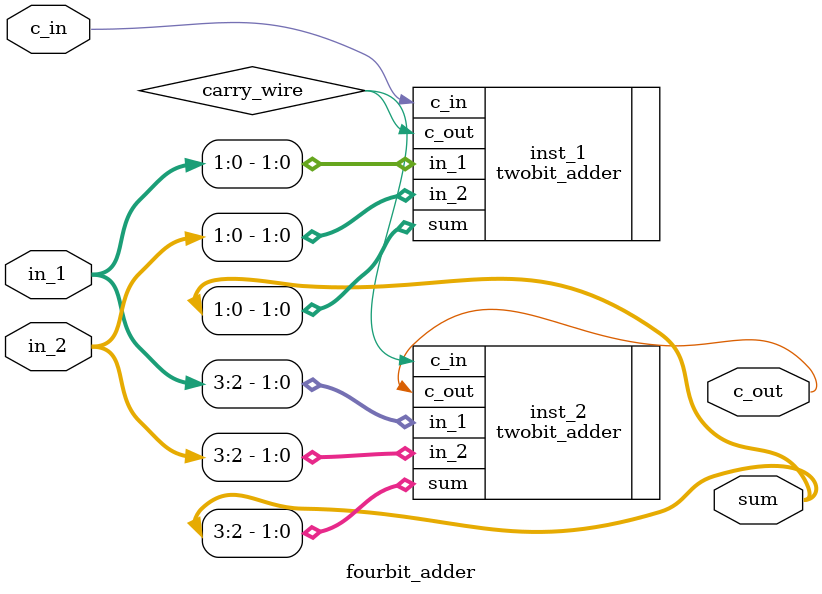
<source format=v>
`timescale 1ns / 1ps
module fourbit_adder(
    input [3:0] in_1,
    input [3:0] in_2,
    input c_in,
    output [3:0] sum,
    output c_out
    );

	wire carry_wire;
	// Instantiate two bit adder 1
	twobit_adder inst_1(
								.in_1(in_1[1:0]),
								.in_2(in_2[1:0]),
								.c_in(c_in),
								.c_out(carry_wire),
								.sum(sum[1:0])
								);
	// Instantiate two bit adder 2
	twobit_adder inst_2(
								.in_1(in_1[3:2]),
								.in_2(in_2[3:2]),
								.c_in(carry_wire),
								.c_out(c_out),
								.sum(sum[3:2])
								);
endmodule

</source>
